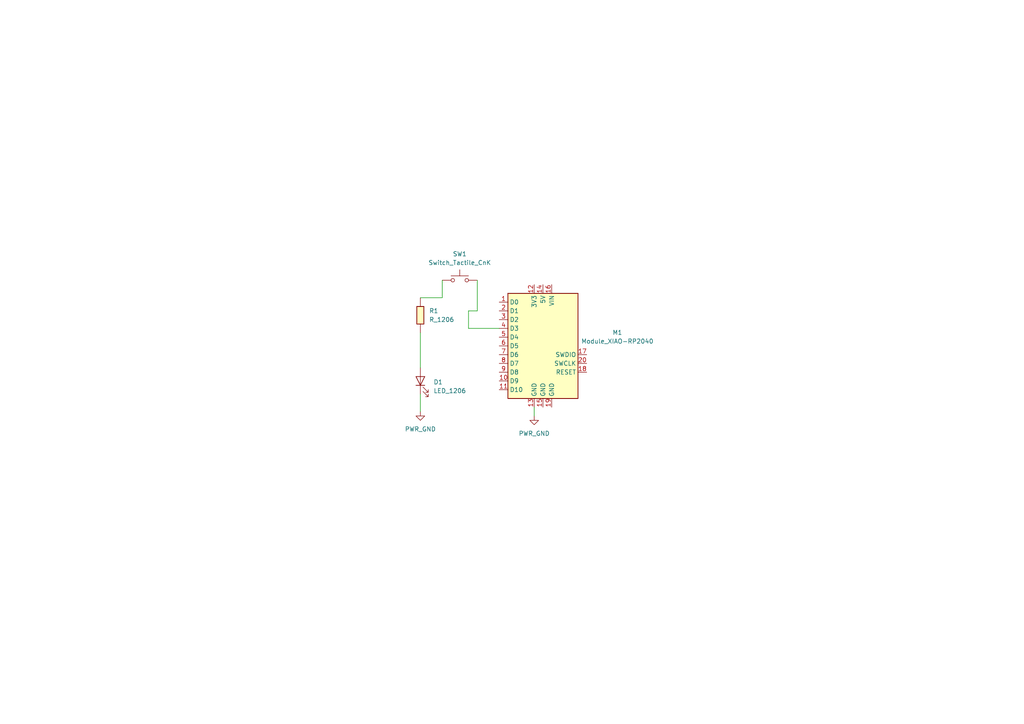
<source format=kicad_sch>
(kicad_sch (version 20250114) (generator "eeschema") (generator_version "9.0")
  (paper "A4")
  (lib_symbols
    (symbol "fab:LED_1206" (pin_numbers (hide yes)) (pin_names (offset 1.016) (hide yes))
      (property "Reference" "D" (at 0 2.54 0))
      (property "Value" "LED_1206" (at 0 -2.54 0))
      (symbol "LED_1206_0_1"
        (polyline (pts (xy -3.048 -0.762) (xy -4.572 -2.286) (xy -3.81 -2.286) (xy -4.572 -2.286) (xy -4.572 -1.524)))
        (polyline (pts (xy -1.778 -0.762) (xy -3.302 -2.286) (xy -2.54 -2.286) (xy -3.302 -2.286) (xy -3.302 -1.524)))
        (polyline (pts (xy -1.27 0) (xy 1.27 0)))
        (polyline (pts (xy -1.27 -1.27) (xy -1.27 1.27)) (stroke (width 0.2032)))
        (polyline (pts (xy 1.27 -1.27) (xy 1.27 1.27) (xy -1.27 0) (xy 1.27 -1.27)) (stroke (width 0.2032)))
      )
      (symbol "LED_1206_1_1"
        (pin passive line (at -3.81 0 0) (length 2.54) (name "K") (number "1"))
        (pin passive line (at 3.81 0 180) (length 2.54) (name "A") (number "2"))
      )
    )
    (symbol "fab:Module_XIAO-RP2040"
      (property "Reference" "M" (at -10.16 16.51 0))
      (property "Value" "Module_XIAO-RP2040" (at 3.81 16.51 0))
      (symbol "Module_XIAO-RP2040_1_1"
        (rectangle (start -10.16 15.24) (end 10.16 -15.24) (stroke (width 0.254)) (fill (type background)))
        (pin bidirectional line (at -12.7 12.7 0) (length 2.54) (name "D0") (number "1"))
        (pin bidirectional line (at -12.7 10.16 0) (length 2.54) (name "D1") (number "2"))
        (pin bidirectional line (at -12.7 7.62 0) (length 2.54) (name "D2") (number "3"))
        (pin bidirectional line (at -12.7 5.08 0) (length 2.54) (name "D3") (number "4"))
        (pin bidirectional line (at -12.7 2.54 0) (length 2.54) (name "D4") (number "5"))
        (pin bidirectional line (at -12.7 0 0) (length 2.54) (name "D5") (number "6"))
        (pin bidirectional line (at -12.7 -2.54 0) (length 2.54) (name "D6") (number "7"))
        (pin bidirectional line (at -12.7 -5.08 0) (length 2.54) (name "D7") (number "8"))
        (pin bidirectional line (at -12.7 -7.62 0) (length 2.54) (name "D8") (number "9"))
        (pin bidirectional line (at -12.7 -10.16 0) (length 2.54) (name "D9") (number "10"))
        (pin bidirectional line (at -12.7 -12.7 0) (length 2.54) (name "D10") (number "11"))
        (pin power_in line (at -2.54 17.78 270) (length 2.54) (name "3V3") (number "12"))
        (pin power_in line (at -2.54 -17.78 90) (length 2.54) (name "GND") (number "13"))
        (pin power_in line (at 0 17.78 270) (length 2.54) (name "5V") (number "14"))
        (pin power_in line (at 0 -17.78 90) (length 2.54) (name "GND") (number "15"))
        (pin power_in line (at 2.54 17.78 270) (length 2.54) (name "VIN") (number "16"))
        (pin power_in line (at 2.54 -17.78 90) (length 2.54) (name "GND") (number "19"))
        (pin bidirectional line (at 12.7 -2.54 180) (length 2.54) (name "SWDIO") (number "17"))
        (pin input line (at 12.7 -5.08 180) (length 2.54) (name "SWCLK") (number "20"))
        (pin input line (at 12.7 -7.62 180) (length 2.54) (name "RESET") (number "18"))
      )
    )
    (symbol "fab:PWR_GND" (power) (pin_names (offset 0))
      (property "Value" "PWR_GND" (at 0 -3.81 0))
      (symbol "PWR_GND_0_1"
        (polyline (pts (xy 0 0) (xy 0 -1.27) (xy 1.27 -1.27) (xy 0 -2.54) (xy -1.27 -1.27) (xy 0 -1.27)))
      )
      (symbol "PWR_GND_1_1"
        (pin power_in line (at 0 0 270) (length 0) (hide yes) (name "PWR_GND") (number "1"))
      )
    )
    (symbol "fab:R_1206" (pin_numbers (hide yes)) (pin_names (offset 0))
      (property "Reference" "R" (at 2.54 0 90))
      (property "Value" "R_1206" (at -2.54 0 90))
      (symbol "R_1206_0_1"
        (rectangle (start -1.016 -2.54) (end 1.016 2.54) (stroke (width 0.254)) (fill (type background)))
      )
      (symbol "R_1206_1_1"
        (pin passive line (at 0 5.08 270) (length 2.54) (name "~") (number "1"))
        (pin passive line (at 0 -5.08 90) (length 2.54) (name "~") (number "2"))
      )
    )
    (symbol "fab:Switch_Tactile_CnK" (pin_numbers (hide yes)) (pin_names (offset 1.016) (hide yes))
      (property "Reference" "SW" (at 1.27 3.81 0))
      (property "Value" "Switch_Tactile_CnK" (at 0 0 0))
      (symbol "Switch_Tactile_CnK_0_1"
        (circle (center -2.032 0) (radius 0.508))
        (polyline (pts (xy 0 1.27) (xy 0 3.048)))
        (circle (center 2.032 0) (radius 0.508))
        (polyline (pts (xy 2.54 1.27) (xy -2.54 1.27)))
        (pin passive line (at -5.08 0 0) (length 2.54) (name "1") (number "1"))
        (pin passive line (at 5.08 0 180) (length 2.54) (name "2") (number "2"))
      )
    )
  )
  (wire (pts (xy 128.27 86.36) (xy 121.92 86.36)))
  (wire (pts (xy 135.89 95.25) (xy 144.78 95.25)))
  (wire (pts (xy 135.89 90.17) (xy 135.89 95.25)))
  (wire (pts (xy 138.43 90.17) (xy 135.89 90.17)))
  (wire (pts (xy 121.92 114.3) (xy 121.92 119.38)))
  (wire (pts (xy 154.94 118.11) (xy 154.94 120.65)))
  (wire (pts (xy 128.27 81.28) (xy 128.27 86.36)))
  (wire (pts (xy 121.92 96.52) (xy 121.92 106.68)))
  (wire (pts (xy 138.43 81.28) (xy 138.43 90.17)))
  (symbol (lib_id "fab:Module_XIAO-RP2040") (at 157.48 100.33 0) (unit 1)
    (property "Reference" "M1" (at 179.07 96.4498 0))
    (property "Value" "Module_XIAO-RP2040" (at 179.07 98.9898 0))
    (property "Footprint" "fab:SeeedStudio_XIAO_RP2040" (effects (hide yes)))
    (property "Datasheet" "https://wiki.seeedstudio.com/XIAO-RP2040/" (effects (hide yes)))
    (property "Description" "RP2040 XIAO RP2040 - ARM® Cortex®-M0+ MCU 32-Bit Embedded Evaluation Board" (effects (hide yes)))
  )
  (symbol (lib_id "fab:PWR_GND") (at 154.94 120.65 0) (unit 1)
    (property "Reference" "#PWR02" (effects (hide yes)))
    (property "Value" "PWR_GND" (at 154.94 125.73 0))
    (property "Description" "Power symbol creates a global label with name \"GND\" , ground" (effects (hide yes)))
  )
  (symbol (lib_id "fab:Switch_Tactile_CnK") (at 133.35 81.28 0) (unit 1)
    (property "Reference" "SW1" (at 133.35 73.66 0))
    (property "Value" "Switch_Tactile_CnK" (at 133.35 76.2 0))
    (property "Footprint" "fab:Button_CnK_PTS636.0_6x3.5mm" (effects (hide yes)))
    (property "Datasheet" "https://www.ckswitches.com/media/2779/pts636.pdf" (effects (hide yes)))
    (property "Description" "Push button switch, C&K PTS636 SM25F SMTR LFS, Tactile Switch SPST-NO Top Actuated Surface Mount" (effects (hide yes)))
  )
  (symbol (lib_id "fab:R_1206") (at 121.92 91.44 0) (unit 1)
    (property "Reference" "R1" (at 124.46 90.1699 0) (effects (justify left)))
    (property "Value" "R_1206" (at 124.46 92.7099 0) (effects (justify left)))
    (property "Footprint" "fab:R_1206" (effects (hide yes)))
    (property "Description" "Resistor" (effects (hide yes)))
  )
  (symbol (lib_id "fab:LED_1206") (at 121.92 110.49 90) (unit 1)
    (property "Reference" "D1" (at 125.73 110.8201 90) (effects (justify right)))
    (property "Value" "LED_1206" (at 125.73 113.3601 90) (effects (justify right)))
    (property "Footprint" "fab:LED_1206" (effects (hide yes)))
    (property "Datasheet" "https://optoelectronics.liteon.com/upload/download/DS-22-98-0002/LTST-C150CKT.pdf" (effects (hide yes)))
    (property "Description" "Light emitting diode, Lite-On Inc. LTST, SMD" (effects (hide yes)))
  )
  (symbol (lib_id "fab:PWR_GND") (at 121.92 119.38 0) (unit 1)
    (property "Reference" "#PWR01" (effects (hide yes)))
    (property "Value" "PWR_GND" (at 121.92 124.46 0))
    (property "Description" "Power symbol creates a global label with name \"GND\" , ground" (effects (hide yes)))
  )
)
</source>
